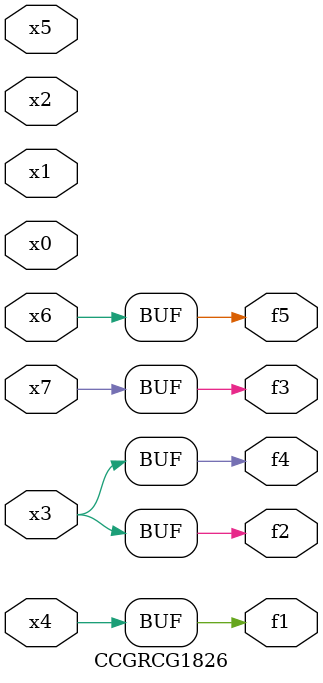
<source format=v>
module CCGRCG1826(
	input x0, x1, x2, x3, x4, x5, x6, x7,
	output f1, f2, f3, f4, f5
);
	assign f1 = x4;
	assign f2 = x3;
	assign f3 = x7;
	assign f4 = x3;
	assign f5 = x6;
endmodule

</source>
